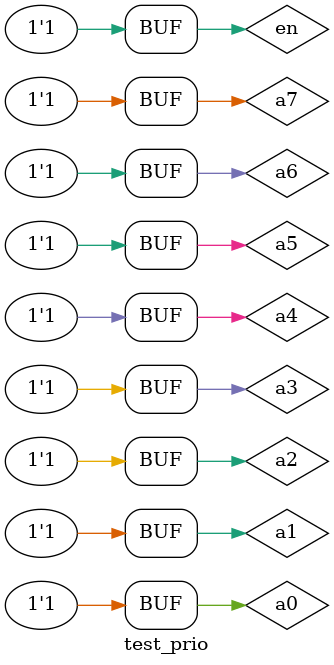
<source format=v>
`timescale 1ns / 1ps


module test_prio;

	// Inputs
	reg a0;
	reg a1;
	reg a2;
	reg a3;
	reg a4;
	reg a5;
	reg a6;
	reg a7;
	reg en;

	// Outputs
	wire s0;
	wire s1;
	wire s2;
	wire v;

	// Instantiate the Unit Under Test (UUT)
	encoder uut (
		.a0(a0), 
		.a1(a1), 
		.a2(a2), 
		.a3(a3), 
		.a4(a4), 
		.a5(a5), 
		.a6(a6), 
		.a7(a7), 
		.s0(s0), 
		.s1(s1), 
		.s2(s2), 
		.v(v), 
		.en(en)
	);

	initial begin
		// Initialize Inputs
		a0 = 0;
		a1 = 0;
		a2 = 0;
		a3 = 0;
		a4 = 0;
		a5 = 0;
		a6 = 0;
		a7 = 0;
		en = 0;

		// Wait 100 ns for global reset to finish
		//#10;
		repeat(255)
		begin
		#0.1;
		a7=a7^(a6&a5&a4&a3&a2&a1&a0);
		a6=a6^(a5&a4&a3&a2&a1&a0);
		a5=a5^(a4&a3&a2&a1&a0);
		a4=a4^(a3&a2&a1&a0);
		a3=a3^(a2&a1&a0);
		a2=a2^(a1&a0);
		a1=a1^(a0);
		a0=a0^(1);
		end
        #0.1;
		  en=1;
		  	a0 = 0;
		a1 = 0;
		a2 = 0;
		a3 = 0;
		a4 = 0;
		a5 = 0;
		a6 = 0;
		a7 = 0;
		repeat(255)
		begin
		#0.1;
		a7=a7^(a6&a5&a4&a3&a2&a1&a0);
		a6=a6^(a5&a4&a3&a2&a1&a0);
		a5=a5^(a4&a3&a2&a1&a0);
		a4=a4^(a3&a2&a1&a0);
		a3=a3^(a2&a1&a0);
		a2=a2^(a1&a0);
		a1=a1^(a0);
		a0=a0^(1);
		end
		// Add stimulus here

	end
      
endmodule


</source>
